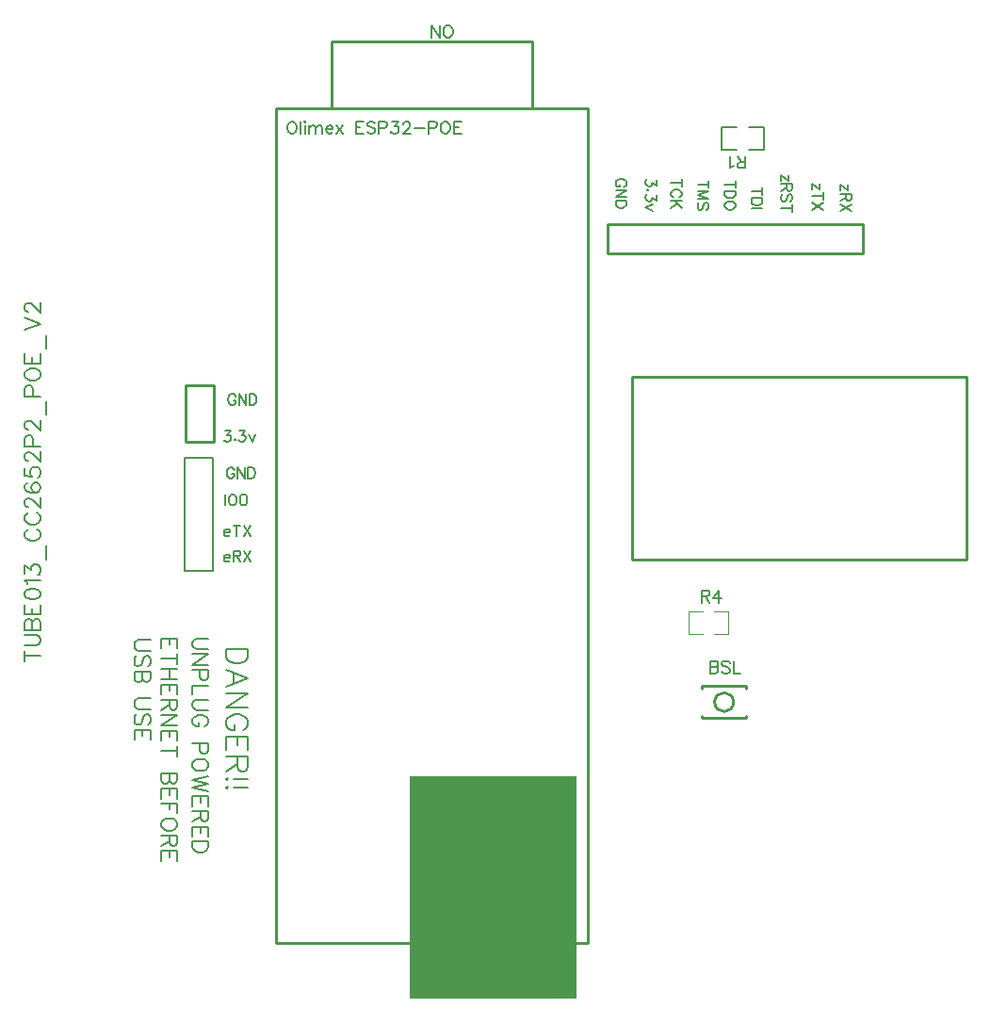
<source format=gto>
G04 Layer: TopSilkLayer*
G04 EasyEDA v6.4.25, 2021-10-28T21:51:33--4:00*
G04 88f9fe5a47094e6790728aceff35a815,7db2125e4611476bb2993bf99425ef50,10*
G04 Gerber Generator version 0.2*
G04 Scale: 100 percent, Rotated: No, Reflected: No *
G04 Dimensions in inches *
G04 leading zeros omitted , absolute positions ,3 integer and 6 decimal *
%FSLAX36Y36*%
%MOIN*%

%ADD10C,0.0100*%
%ADD24C,0.0079*%
%ADD25C,0.0020*%
%ADD26C,0.0080*%
%ADD27C,0.0080*%
%ADD28C,0.0060*%

%LPD*%
D26*
X134600Y-4790000D02*
G01*
X94299Y-4790000D01*
X86300Y-4792700D01*
X80900Y-4798099D01*
X78200Y-4806100D01*
X78200Y-4811500D01*
X80900Y-4819499D01*
X86300Y-4824899D01*
X94299Y-4827600D01*
X134600Y-4827600D01*
X126500Y-4882900D02*
G01*
X131900Y-4877500D01*
X134600Y-4869499D01*
X134600Y-4858699D01*
X131900Y-4850700D01*
X126500Y-4845300D01*
X121199Y-4845300D01*
X115799Y-4848000D01*
X113099Y-4850700D01*
X110399Y-4855999D01*
X105100Y-4872100D01*
X102399Y-4877500D01*
X99699Y-4880200D01*
X94299Y-4882900D01*
X86300Y-4882900D01*
X80900Y-4877500D01*
X78200Y-4869499D01*
X78200Y-4858699D01*
X80900Y-4850700D01*
X86300Y-4845300D01*
X134600Y-4900599D02*
G01*
X78200Y-4900599D01*
X134600Y-4900599D02*
G01*
X134600Y-4924800D01*
X131900Y-4932800D01*
X129200Y-4935500D01*
X123899Y-4938200D01*
X118499Y-4938200D01*
X113099Y-4935500D01*
X110399Y-4932800D01*
X107699Y-4924800D01*
X107699Y-4900599D02*
G01*
X107699Y-4924800D01*
X105100Y-4932800D01*
X102399Y-4935500D01*
X96999Y-4938200D01*
X89000Y-4938200D01*
X83600Y-4935500D01*
X80900Y-4932800D01*
X78200Y-4924800D01*
X78200Y-4900599D01*
X134600Y-4997199D02*
G01*
X94299Y-4997199D01*
X86300Y-4999899D01*
X80900Y-5005300D01*
X78200Y-5013299D01*
X78200Y-5018699D01*
X80900Y-5026799D01*
X86300Y-5032100D01*
X94299Y-5034800D01*
X134600Y-5034800D01*
X126500Y-5090100D02*
G01*
X131900Y-5084699D01*
X134600Y-5076700D01*
X134600Y-5065900D01*
X131900Y-5057900D01*
X126500Y-5052500D01*
X121199Y-5052500D01*
X115799Y-5055200D01*
X113099Y-5057900D01*
X110399Y-5063299D01*
X105100Y-5079400D01*
X102399Y-5084699D01*
X99699Y-5087399D01*
X94299Y-5090100D01*
X86300Y-5090100D01*
X80900Y-5084699D01*
X78200Y-5076700D01*
X78200Y-5065900D01*
X80900Y-5057900D01*
X86300Y-5052500D01*
X134600Y-5107800D02*
G01*
X78200Y-5107800D01*
X134600Y-5107800D02*
G01*
X134600Y-5142700D01*
X107699Y-5107800D02*
G01*
X107699Y-5129299D01*
X78200Y-5107800D02*
G01*
X78200Y-5142700D01*
X339600Y-4785000D02*
G01*
X299299Y-4785000D01*
X291300Y-4787700D01*
X285900Y-4793099D01*
X283200Y-4801100D01*
X283200Y-4806500D01*
X285900Y-4814499D01*
X291300Y-4819899D01*
X299299Y-4822600D01*
X339600Y-4822600D01*
X339600Y-4840300D02*
G01*
X283200Y-4840300D01*
X339600Y-4840300D02*
G01*
X283200Y-4877900D01*
X339600Y-4877900D02*
G01*
X283200Y-4877900D01*
X339600Y-4895599D02*
G01*
X283200Y-4895599D01*
X339600Y-4895599D02*
G01*
X339600Y-4919800D01*
X336900Y-4927800D01*
X334200Y-4930500D01*
X328899Y-4933200D01*
X320799Y-4933200D01*
X315399Y-4930500D01*
X312699Y-4927800D01*
X310100Y-4919800D01*
X310100Y-4895599D01*
X339600Y-4950900D02*
G01*
X283200Y-4950900D01*
X283200Y-4950900D02*
G01*
X283200Y-4983099D01*
X339600Y-5000799D02*
G01*
X299299Y-5000799D01*
X291300Y-5003499D01*
X285900Y-5008899D01*
X283200Y-5016900D01*
X283200Y-5022300D01*
X285900Y-5030300D01*
X291300Y-5035700D01*
X299299Y-5038400D01*
X339600Y-5038400D01*
X326199Y-5096399D02*
G01*
X331500Y-5093699D01*
X336900Y-5088299D01*
X339600Y-5083000D01*
X339600Y-5072199D01*
X336900Y-5066900D01*
X331500Y-5061500D01*
X326199Y-5058800D01*
X318099Y-5056100D01*
X304699Y-5056100D01*
X296599Y-5058800D01*
X291300Y-5061500D01*
X285900Y-5066900D01*
X283200Y-5072199D01*
X283200Y-5083000D01*
X285900Y-5088299D01*
X291300Y-5093699D01*
X296599Y-5096399D01*
X304699Y-5096399D01*
X304699Y-5083000D02*
G01*
X304699Y-5096399D01*
X339600Y-5155400D02*
G01*
X283200Y-5155400D01*
X339600Y-5155400D02*
G01*
X339600Y-5179600D01*
X336900Y-5187600D01*
X334200Y-5190300D01*
X328899Y-5193000D01*
X320799Y-5193000D01*
X315399Y-5190300D01*
X312699Y-5187600D01*
X310100Y-5179600D01*
X310100Y-5155400D01*
X339600Y-5226799D02*
G01*
X336900Y-5221500D01*
X331500Y-5216100D01*
X326199Y-5213400D01*
X318099Y-5210700D01*
X304699Y-5210700D01*
X296599Y-5213400D01*
X291300Y-5216100D01*
X285900Y-5221500D01*
X283200Y-5226799D01*
X283200Y-5237600D01*
X285900Y-5242900D01*
X291300Y-5248299D01*
X296599Y-5250999D01*
X304699Y-5253699D01*
X318099Y-5253699D01*
X326199Y-5250999D01*
X331500Y-5248299D01*
X336900Y-5242900D01*
X339600Y-5237600D01*
X339600Y-5226799D01*
X339600Y-5271399D02*
G01*
X283200Y-5284800D01*
X339600Y-5298200D02*
G01*
X283200Y-5284800D01*
X339600Y-5298200D02*
G01*
X283200Y-5311700D01*
X339600Y-5325100D02*
G01*
X283200Y-5311700D01*
X339600Y-5342800D02*
G01*
X283200Y-5342800D01*
X339600Y-5342800D02*
G01*
X339600Y-5377700D01*
X312699Y-5342800D02*
G01*
X312699Y-5364299D01*
X283200Y-5342800D02*
G01*
X283200Y-5377700D01*
X339600Y-5395400D02*
G01*
X283200Y-5395400D01*
X339600Y-5395400D02*
G01*
X339600Y-5419600D01*
X336900Y-5427600D01*
X334200Y-5430300D01*
X328899Y-5433000D01*
X323499Y-5433000D01*
X318099Y-5430300D01*
X315399Y-5427600D01*
X312699Y-5419600D01*
X312699Y-5395400D01*
X312699Y-5414200D02*
G01*
X283200Y-5433000D01*
X339600Y-5450700D02*
G01*
X283200Y-5450700D01*
X339600Y-5450700D02*
G01*
X339600Y-5485599D01*
X312699Y-5450700D02*
G01*
X312699Y-5472199D01*
X283200Y-5450700D02*
G01*
X283200Y-5485599D01*
X339600Y-5503299D02*
G01*
X283200Y-5503299D01*
X339600Y-5503299D02*
G01*
X339600Y-5522100D01*
X336900Y-5530200D01*
X331500Y-5535500D01*
X326199Y-5538200D01*
X318099Y-5540900D01*
X304699Y-5540900D01*
X296599Y-5538200D01*
X291300Y-5535500D01*
X285900Y-5530200D01*
X283200Y-5522100D01*
X283200Y-5503299D01*
X479897Y-4821900D02*
G01*
X403598Y-4821900D01*
X479897Y-4821900D02*
G01*
X479897Y-4847399D01*
X476298Y-4858299D01*
X468998Y-4865500D01*
X461698Y-4869200D01*
X450797Y-4872800D01*
X432698Y-4872800D01*
X421698Y-4869200D01*
X414497Y-4865500D01*
X407197Y-4858299D01*
X403598Y-4847399D01*
X403598Y-4821900D01*
X479897Y-4925900D02*
G01*
X403598Y-4896799D01*
X479897Y-4925900D02*
G01*
X403598Y-4955000D01*
X428998Y-4907700D02*
G01*
X428998Y-4944099D01*
X479897Y-4979000D02*
G01*
X403598Y-4979000D01*
X479897Y-4979000D02*
G01*
X403598Y-5029899D01*
X479897Y-5029899D02*
G01*
X403598Y-5029899D01*
X461698Y-5108400D02*
G01*
X468998Y-5104800D01*
X476298Y-5097500D01*
X479897Y-5090300D01*
X479897Y-5075700D01*
X476298Y-5068400D01*
X468998Y-5061199D01*
X461698Y-5057500D01*
X450797Y-5053899D01*
X432698Y-5053899D01*
X421698Y-5057500D01*
X414497Y-5061199D01*
X407197Y-5068400D01*
X403598Y-5075700D01*
X403598Y-5090300D01*
X407197Y-5097500D01*
X414497Y-5104800D01*
X421698Y-5108400D01*
X432698Y-5108400D01*
X432698Y-5090300D02*
G01*
X432698Y-5108400D01*
X479897Y-5132399D02*
G01*
X403598Y-5132399D01*
X479897Y-5132399D02*
G01*
X479897Y-5179699D01*
X443598Y-5132399D02*
G01*
X443598Y-5161500D01*
X403598Y-5132399D02*
G01*
X403598Y-5179699D01*
X479897Y-5203699D02*
G01*
X403598Y-5203699D01*
X479897Y-5203699D02*
G01*
X479897Y-5236399D01*
X476298Y-5247399D01*
X472698Y-5250999D01*
X465398Y-5254600D01*
X458097Y-5254600D01*
X450797Y-5250999D01*
X447197Y-5247399D01*
X443598Y-5236399D01*
X443598Y-5203699D01*
X443598Y-5229200D02*
G01*
X403598Y-5254600D01*
X479897Y-5282300D02*
G01*
X428998Y-5282300D01*
X410797Y-5282300D02*
G01*
X407197Y-5278600D01*
X403598Y-5282300D01*
X407197Y-5285900D01*
X410797Y-5282300D01*
X479897Y-5313499D02*
G01*
X428998Y-5313499D01*
X410797Y-5313499D02*
G01*
X407197Y-5309899D01*
X403598Y-5313499D01*
X407197Y-5317199D01*
X410797Y-5313499D01*
X-309600Y-4846199D02*
G01*
X-253200Y-4846199D01*
X-309600Y-4865000D02*
G01*
X-309600Y-4827399D01*
X-309600Y-4809699D02*
G01*
X-269299Y-4809699D01*
X-261300Y-4806999D01*
X-255900Y-4801700D01*
X-253200Y-4793600D01*
X-253200Y-4788200D01*
X-255900Y-4780200D01*
X-261300Y-4774800D01*
X-269299Y-4772100D01*
X-309600Y-4772100D01*
X-309600Y-4754400D02*
G01*
X-253200Y-4754400D01*
X-309600Y-4754400D02*
G01*
X-309600Y-4730200D01*
X-306900Y-4722199D01*
X-304200Y-4719499D01*
X-298899Y-4716799D01*
X-293499Y-4716799D01*
X-288099Y-4719499D01*
X-285399Y-4722199D01*
X-282699Y-4730200D01*
X-282699Y-4754400D02*
G01*
X-282699Y-4730200D01*
X-280100Y-4722199D01*
X-277399Y-4719499D01*
X-271999Y-4716799D01*
X-264000Y-4716799D01*
X-258600Y-4719499D01*
X-255900Y-4722199D01*
X-253200Y-4730200D01*
X-253200Y-4754400D01*
X-309600Y-4699099D02*
G01*
X-253200Y-4699099D01*
X-309600Y-4699099D02*
G01*
X-309600Y-4664200D01*
X-282699Y-4699099D02*
G01*
X-282699Y-4677600D01*
X-253200Y-4699099D02*
G01*
X-253200Y-4664200D01*
X-309600Y-4630400D02*
G01*
X-306900Y-4638400D01*
X-298899Y-4643800D01*
X-285399Y-4646500D01*
X-277399Y-4646500D01*
X-264000Y-4643800D01*
X-255900Y-4638400D01*
X-253200Y-4630400D01*
X-253200Y-4625000D01*
X-255900Y-4616999D01*
X-264000Y-4611599D01*
X-277399Y-4608899D01*
X-285399Y-4608899D01*
X-298899Y-4611599D01*
X-306900Y-4616999D01*
X-309600Y-4625000D01*
X-309600Y-4630400D01*
X-298899Y-4591199D02*
G01*
X-301500Y-4585799D01*
X-309600Y-4577800D01*
X-253200Y-4577800D01*
X-309600Y-4554699D02*
G01*
X-309600Y-4525200D01*
X-288099Y-4541300D01*
X-288099Y-4533200D01*
X-285399Y-4527800D01*
X-282699Y-4525200D01*
X-274699Y-4522500D01*
X-269299Y-4522500D01*
X-261300Y-4525200D01*
X-255900Y-4530500D01*
X-253200Y-4538600D01*
X-253200Y-4546599D01*
X-255900Y-4554699D01*
X-258600Y-4557399D01*
X-264000Y-4560100D01*
X-234400Y-4504800D02*
G01*
X-234400Y-4456399D01*
X-296199Y-4398499D02*
G01*
X-301500Y-4401100D01*
X-306900Y-4406500D01*
X-309600Y-4411900D01*
X-309600Y-4422600D01*
X-306900Y-4428000D01*
X-301500Y-4433400D01*
X-296199Y-4435999D01*
X-288099Y-4438699D01*
X-274699Y-4438699D01*
X-266599Y-4435999D01*
X-261300Y-4433400D01*
X-255900Y-4428000D01*
X-253200Y-4422600D01*
X-253200Y-4411900D01*
X-255900Y-4406500D01*
X-261300Y-4401100D01*
X-266599Y-4398499D01*
X-296199Y-4340500D02*
G01*
X-301500Y-4343200D01*
X-306900Y-4348499D01*
X-309600Y-4353899D01*
X-309600Y-4364600D01*
X-306900Y-4370000D01*
X-301500Y-4375400D01*
X-296199Y-4378099D01*
X-288099Y-4380700D01*
X-274699Y-4380700D01*
X-266599Y-4378099D01*
X-261300Y-4375400D01*
X-255900Y-4370000D01*
X-253200Y-4364600D01*
X-253200Y-4353899D01*
X-255900Y-4348499D01*
X-261300Y-4343200D01*
X-266599Y-4340500D01*
X-296199Y-4320100D02*
G01*
X-298899Y-4320100D01*
X-304200Y-4317399D01*
X-306900Y-4314699D01*
X-309600Y-4309299D01*
X-309600Y-4298600D01*
X-306900Y-4293200D01*
X-304200Y-4290599D01*
X-298899Y-4287900D01*
X-293499Y-4287900D01*
X-288099Y-4290599D01*
X-280100Y-4295900D01*
X-253200Y-4322800D01*
X-253200Y-4285200D01*
X-301500Y-4235300D02*
G01*
X-306900Y-4237900D01*
X-309600Y-4245999D01*
X-309600Y-4251399D01*
X-306900Y-4259400D01*
X-298899Y-4264800D01*
X-285399Y-4267500D01*
X-271999Y-4267500D01*
X-261300Y-4264800D01*
X-255900Y-4259400D01*
X-253200Y-4251399D01*
X-253200Y-4248699D01*
X-255900Y-4240599D01*
X-261300Y-4235300D01*
X-269299Y-4232600D01*
X-271999Y-4232600D01*
X-280100Y-4235300D01*
X-285399Y-4240599D01*
X-288099Y-4248699D01*
X-288099Y-4251399D01*
X-285399Y-4259400D01*
X-280100Y-4264800D01*
X-271999Y-4267500D01*
X-309600Y-4182600D02*
G01*
X-309600Y-4209499D01*
X-285399Y-4212199D01*
X-288099Y-4209499D01*
X-290799Y-4201399D01*
X-290799Y-4193400D01*
X-288099Y-4185300D01*
X-282699Y-4180000D01*
X-274699Y-4177300D01*
X-269299Y-4177300D01*
X-261300Y-4180000D01*
X-255900Y-4185300D01*
X-253200Y-4193400D01*
X-253200Y-4201399D01*
X-255900Y-4209499D01*
X-258600Y-4212199D01*
X-264000Y-4214899D01*
X-296199Y-4156900D02*
G01*
X-298899Y-4156900D01*
X-304200Y-4154200D01*
X-306900Y-4151500D01*
X-309600Y-4146100D01*
X-309600Y-4135399D01*
X-306900Y-4130000D01*
X-304200Y-4127300D01*
X-298899Y-4124699D01*
X-293499Y-4124699D01*
X-288099Y-4127300D01*
X-280100Y-4132700D01*
X-253200Y-4159600D01*
X-253200Y-4121999D01*
X-309600Y-4104299D02*
G01*
X-253200Y-4104299D01*
X-309600Y-4104299D02*
G01*
X-309600Y-4080100D01*
X-306900Y-4072100D01*
X-304200Y-4069400D01*
X-298899Y-4066700D01*
X-290799Y-4066700D01*
X-285399Y-4069400D01*
X-282699Y-4072100D01*
X-280100Y-4080100D01*
X-280100Y-4104299D01*
X-296199Y-4046300D02*
G01*
X-298899Y-4046300D01*
X-304200Y-4043600D01*
X-306900Y-4040900D01*
X-309600Y-4035500D01*
X-309600Y-4024800D01*
X-306900Y-4019400D01*
X-304200Y-4016799D01*
X-298899Y-4014099D01*
X-293499Y-4014099D01*
X-288099Y-4016799D01*
X-280100Y-4022100D01*
X-253200Y-4049000D01*
X-253200Y-4011399D01*
X-234400Y-3993699D02*
G01*
X-234400Y-3945399D01*
X-309600Y-3927600D02*
G01*
X-253200Y-3927600D01*
X-309600Y-3927600D02*
G01*
X-309600Y-3903499D01*
X-306900Y-3895399D01*
X-304200Y-3892700D01*
X-298899Y-3890100D01*
X-290799Y-3890100D01*
X-285399Y-3892700D01*
X-282699Y-3895399D01*
X-280100Y-3903499D01*
X-280100Y-3927600D01*
X-309600Y-3856199D02*
G01*
X-306900Y-3861599D01*
X-301500Y-3866999D01*
X-296199Y-3869699D01*
X-288099Y-3872300D01*
X-274699Y-3872300D01*
X-266599Y-3869699D01*
X-261300Y-3866999D01*
X-255900Y-3861599D01*
X-253200Y-3856199D01*
X-253200Y-3845500D01*
X-255900Y-3840100D01*
X-261300Y-3834800D01*
X-266599Y-3832100D01*
X-274699Y-3829400D01*
X-288099Y-3829400D01*
X-296199Y-3832100D01*
X-301500Y-3834800D01*
X-306900Y-3840100D01*
X-309600Y-3845500D01*
X-309600Y-3856199D01*
X-309600Y-3811700D02*
G01*
X-253200Y-3811700D01*
X-309600Y-3811700D02*
G01*
X-309600Y-3776799D01*
X-282699Y-3811700D02*
G01*
X-282699Y-3790200D01*
X-253200Y-3811700D02*
G01*
X-253200Y-3776799D01*
X-234400Y-3759099D02*
G01*
X-234400Y-3710700D01*
X-309600Y-3693000D02*
G01*
X-253200Y-3671599D01*
X-309600Y-3650100D02*
G01*
X-253200Y-3671599D01*
X-296199Y-3629699D02*
G01*
X-298899Y-3629699D01*
X-304200Y-3626999D01*
X-306900Y-3624299D01*
X-309600Y-3618899D01*
X-309600Y-3608200D01*
X-306900Y-3602800D01*
X-304200Y-3600100D01*
X-298899Y-3597500D01*
X-293499Y-3597500D01*
X-288099Y-3600100D01*
X-280100Y-3605500D01*
X-253200Y-3632399D01*
X-253200Y-3594800D01*
X395000Y-4498499D02*
G01*
X416500Y-4498499D01*
X416500Y-4495000D01*
X414699Y-4491399D01*
X412899Y-4489600D01*
X409299Y-4487800D01*
X403899Y-4487800D01*
X400399Y-4489600D01*
X396799Y-4493200D01*
X395000Y-4498499D01*
X395000Y-4502100D01*
X396799Y-4507500D01*
X400399Y-4511100D01*
X403899Y-4512900D01*
X409299Y-4512900D01*
X412899Y-4511100D01*
X416500Y-4507500D01*
X428299Y-4475300D02*
G01*
X428299Y-4512900D01*
X428299Y-4475300D02*
G01*
X444400Y-4475300D01*
X449800Y-4477100D01*
X451500Y-4478899D01*
X453299Y-4482399D01*
X453299Y-4485999D01*
X451500Y-4489600D01*
X449800Y-4491399D01*
X444400Y-4493200D01*
X428299Y-4493200D01*
X440799Y-4493200D02*
G01*
X453299Y-4512900D01*
X465199Y-4475300D02*
G01*
X490199Y-4512900D01*
X490199Y-4475300D02*
G01*
X465199Y-4512900D01*
X395000Y-4408499D02*
G01*
X416500Y-4408499D01*
X416500Y-4405000D01*
X414699Y-4401399D01*
X412899Y-4399600D01*
X409299Y-4397800D01*
X403899Y-4397800D01*
X400399Y-4399600D01*
X396799Y-4403200D01*
X395000Y-4408499D01*
X395000Y-4412100D01*
X396799Y-4417500D01*
X400399Y-4421100D01*
X403899Y-4422900D01*
X409299Y-4422900D01*
X412899Y-4421100D01*
X416500Y-4417500D01*
X440799Y-4385300D02*
G01*
X440799Y-4422900D01*
X428299Y-4385300D02*
G01*
X453299Y-4385300D01*
X465199Y-4385300D02*
G01*
X490199Y-4422900D01*
X490199Y-4385300D02*
G01*
X465199Y-4422900D01*
X400000Y-4275300D02*
G01*
X400000Y-4312900D01*
X422500Y-4275300D02*
G01*
X419000Y-4277100D01*
X415399Y-4280599D01*
X413600Y-4284200D01*
X411799Y-4289600D01*
X411799Y-4298499D01*
X413600Y-4303899D01*
X415399Y-4307500D01*
X419000Y-4311100D01*
X422500Y-4312900D01*
X429699Y-4312900D01*
X433299Y-4311100D01*
X436900Y-4307500D01*
X438699Y-4303899D01*
X440399Y-4298499D01*
X440399Y-4289600D01*
X438699Y-4284200D01*
X436900Y-4280599D01*
X433299Y-4277100D01*
X429699Y-4275300D01*
X422500Y-4275300D01*
X463000Y-4275300D02*
G01*
X457600Y-4277100D01*
X454000Y-4282399D01*
X452300Y-4291399D01*
X452300Y-4296700D01*
X454000Y-4305700D01*
X457600Y-4311100D01*
X463000Y-4312900D01*
X466599Y-4312900D01*
X471900Y-4311100D01*
X475500Y-4305700D01*
X477300Y-4296700D01*
X477300Y-4291399D01*
X475500Y-4282399D01*
X471900Y-4277100D01*
X466599Y-4275300D01*
X463000Y-4275300D01*
X431799Y-4189200D02*
G01*
X430100Y-4185599D01*
X426500Y-4182100D01*
X422899Y-4180300D01*
X415700Y-4180300D01*
X412199Y-4182100D01*
X408600Y-4185599D01*
X406799Y-4189200D01*
X405000Y-4194600D01*
X405000Y-4203499D01*
X406799Y-4208899D01*
X408600Y-4212500D01*
X412199Y-4216100D01*
X415700Y-4217900D01*
X422899Y-4217900D01*
X426500Y-4216100D01*
X430100Y-4212500D01*
X431799Y-4208899D01*
X431799Y-4203499D01*
X422899Y-4203499D02*
G01*
X431799Y-4203499D01*
X443699Y-4180300D02*
G01*
X443699Y-4217900D01*
X443699Y-4180300D02*
G01*
X468699Y-4217900D01*
X468699Y-4180300D02*
G01*
X468699Y-4217900D01*
X480500Y-4180300D02*
G01*
X480500Y-4217900D01*
X480500Y-4180300D02*
G01*
X493000Y-4180300D01*
X498400Y-4182100D01*
X501999Y-4185599D01*
X503800Y-4189200D01*
X505599Y-4194600D01*
X505599Y-4203499D01*
X503800Y-4208899D01*
X501999Y-4212500D01*
X498400Y-4216100D01*
X493000Y-4217900D01*
X480500Y-4217900D01*
X436799Y-3929200D02*
G01*
X435100Y-3925599D01*
X431500Y-3922100D01*
X427899Y-3920300D01*
X420700Y-3920300D01*
X417199Y-3922100D01*
X413600Y-3925599D01*
X411799Y-3929200D01*
X410000Y-3934600D01*
X410000Y-3943499D01*
X411799Y-3948899D01*
X413600Y-3952500D01*
X417199Y-3956100D01*
X420700Y-3957899D01*
X427899Y-3957899D01*
X431500Y-3956100D01*
X435100Y-3952500D01*
X436799Y-3948899D01*
X436799Y-3943499D01*
X427899Y-3943499D02*
G01*
X436799Y-3943499D01*
X448699Y-3920300D02*
G01*
X448699Y-3957899D01*
X448699Y-3920300D02*
G01*
X473699Y-3957899D01*
X473699Y-3920300D02*
G01*
X473699Y-3957899D01*
X485500Y-3920300D02*
G01*
X485500Y-3957899D01*
X485500Y-3920300D02*
G01*
X498000Y-3920300D01*
X503400Y-3922100D01*
X506999Y-3925599D01*
X508800Y-3929200D01*
X510599Y-3934600D01*
X510599Y-3943499D01*
X508800Y-3948899D01*
X506999Y-3952500D01*
X503400Y-3956100D01*
X498000Y-3957899D01*
X485500Y-3957899D01*
X398600Y-4050300D02*
G01*
X418299Y-4050300D01*
X407500Y-4064600D01*
X412899Y-4064600D01*
X416500Y-4066399D01*
X418299Y-4068200D01*
X420100Y-4073499D01*
X420100Y-4077100D01*
X418299Y-4082500D01*
X414699Y-4086100D01*
X409299Y-4087899D01*
X403899Y-4087899D01*
X398600Y-4086100D01*
X396799Y-4084299D01*
X395000Y-4080700D01*
X433699Y-4078899D02*
G01*
X431900Y-4080700D01*
X433699Y-4082500D01*
X435399Y-4080700D01*
X433699Y-4078899D01*
X450799Y-4050300D02*
G01*
X470500Y-4050300D01*
X459800Y-4064600D01*
X465199Y-4064600D01*
X468699Y-4066399D01*
X470500Y-4068200D01*
X472300Y-4073499D01*
X472300Y-4077100D01*
X470500Y-4082500D01*
X466900Y-4086100D01*
X461599Y-4087899D01*
X456199Y-4087899D01*
X450799Y-4086100D01*
X449000Y-4084299D01*
X447300Y-4080700D01*
X484099Y-4062800D02*
G01*
X494899Y-4087899D01*
X505599Y-4062800D02*
G01*
X494899Y-4087899D01*
X1810799Y-3186799D02*
G01*
X1814399Y-3185100D01*
X1817899Y-3181500D01*
X1819700Y-3177899D01*
X1819700Y-3170700D01*
X1817899Y-3167199D01*
X1814399Y-3163600D01*
X1810799Y-3161799D01*
X1805399Y-3160000D01*
X1796499Y-3160000D01*
X1791099Y-3161799D01*
X1787500Y-3163600D01*
X1783900Y-3167199D01*
X1782100Y-3170700D01*
X1782100Y-3177899D01*
X1783900Y-3181500D01*
X1787500Y-3185100D01*
X1791099Y-3186799D01*
X1796499Y-3186799D01*
X1796499Y-3177899D02*
G01*
X1796499Y-3186799D01*
X1819700Y-3198699D02*
G01*
X1782100Y-3198699D01*
X1819700Y-3198699D02*
G01*
X1782100Y-3223699D01*
X1819700Y-3223699D02*
G01*
X1782100Y-3223699D01*
X1819700Y-3235500D02*
G01*
X1782100Y-3235500D01*
X1819700Y-3235500D02*
G01*
X1819700Y-3248000D01*
X1817899Y-3253400D01*
X1814399Y-3256999D01*
X1810799Y-3258800D01*
X1805399Y-3260599D01*
X1796499Y-3260599D01*
X1791099Y-3258800D01*
X1787500Y-3256999D01*
X1783900Y-3253400D01*
X1782100Y-3248000D01*
X1782100Y-3235500D01*
X2602200Y-3199699D02*
G01*
X2577100Y-3180000D01*
X2602200Y-3180000D02*
G01*
X2602200Y-3199699D01*
X2577100Y-3180000D02*
G01*
X2577100Y-3199699D01*
X2614700Y-3211500D02*
G01*
X2577100Y-3211500D01*
X2614700Y-3211500D02*
G01*
X2614700Y-3227600D01*
X2612899Y-3233000D01*
X2611099Y-3234800D01*
X2607600Y-3236500D01*
X2603999Y-3236500D01*
X2600399Y-3234800D01*
X2598599Y-3233000D01*
X2596800Y-3227600D01*
X2596800Y-3211500D01*
X2596800Y-3224000D02*
G01*
X2577100Y-3236500D01*
X2614700Y-3248400D02*
G01*
X2577100Y-3273400D01*
X2614700Y-3273400D02*
G01*
X2577100Y-3248400D01*
X2502200Y-3194699D02*
G01*
X2477100Y-3175000D01*
X2502200Y-3175000D02*
G01*
X2502200Y-3194699D01*
X2477100Y-3175000D02*
G01*
X2477100Y-3194699D01*
X2514700Y-3219000D02*
G01*
X2477100Y-3219000D01*
X2514700Y-3206500D02*
G01*
X2514700Y-3231500D01*
X2514700Y-3243400D02*
G01*
X2477100Y-3268400D01*
X2514700Y-3268400D02*
G01*
X2477100Y-3243400D01*
X2392200Y-3164699D02*
G01*
X2367100Y-3145000D01*
X2392200Y-3145000D02*
G01*
X2392200Y-3164699D01*
X2367100Y-3145000D02*
G01*
X2367100Y-3164699D01*
X2404700Y-3176500D02*
G01*
X2367100Y-3176500D01*
X2404700Y-3176500D02*
G01*
X2404700Y-3192600D01*
X2402899Y-3198000D01*
X2401099Y-3199800D01*
X2397600Y-3201500D01*
X2393999Y-3201500D01*
X2390399Y-3199800D01*
X2388599Y-3198000D01*
X2386800Y-3192600D01*
X2386800Y-3176500D01*
X2386800Y-3189000D02*
G01*
X2367100Y-3201500D01*
X2399399Y-3238400D02*
G01*
X2402899Y-3234800D01*
X2404700Y-3229499D01*
X2404700Y-3222300D01*
X2402899Y-3216900D01*
X2399399Y-3213400D01*
X2395799Y-3213400D01*
X2392200Y-3215200D01*
X2390399Y-3216900D01*
X2388599Y-3220500D01*
X2385000Y-3231300D01*
X2383299Y-3234800D01*
X2381499Y-3236599D01*
X2377899Y-3238400D01*
X2372500Y-3238400D01*
X2368900Y-3234800D01*
X2367100Y-3229499D01*
X2367100Y-3222300D01*
X2368900Y-3216900D01*
X2372500Y-3213400D01*
X2404700Y-3262800D02*
G01*
X2367100Y-3262800D01*
X2404700Y-3250200D02*
G01*
X2404700Y-3275300D01*
X2299700Y-3202500D02*
G01*
X2262100Y-3202500D01*
X2299700Y-3190000D02*
G01*
X2299700Y-3215100D01*
X2299700Y-3226900D02*
G01*
X2262100Y-3226900D01*
X2299700Y-3226900D02*
G01*
X2299700Y-3239400D01*
X2297899Y-3244800D01*
X2294399Y-3248299D01*
X2290799Y-3250100D01*
X2285399Y-3251900D01*
X2276499Y-3251900D01*
X2271099Y-3250100D01*
X2267500Y-3248299D01*
X2263900Y-3244800D01*
X2262100Y-3239400D01*
X2262100Y-3226900D01*
X2299700Y-3263699D02*
G01*
X2262100Y-3263699D01*
X2204700Y-3177500D02*
G01*
X2167100Y-3177500D01*
X2204700Y-3165000D02*
G01*
X2204700Y-3190100D01*
X2204700Y-3201900D02*
G01*
X2167100Y-3201900D01*
X2204700Y-3201900D02*
G01*
X2204700Y-3214400D01*
X2202899Y-3219800D01*
X2199399Y-3223299D01*
X2195799Y-3225100D01*
X2190399Y-3226900D01*
X2181499Y-3226900D01*
X2176099Y-3225100D01*
X2172500Y-3223299D01*
X2168900Y-3219800D01*
X2167100Y-3214400D01*
X2167100Y-3201900D01*
X2204700Y-3249499D02*
G01*
X2202899Y-3245900D01*
X2199399Y-3242300D01*
X2195799Y-3240500D01*
X2190399Y-3238699D01*
X2181499Y-3238699D01*
X2176099Y-3240500D01*
X2172500Y-3242300D01*
X2168900Y-3245900D01*
X2167100Y-3249499D01*
X2167100Y-3256599D01*
X2168900Y-3260200D01*
X2172500Y-3263800D01*
X2176099Y-3265599D01*
X2181499Y-3267399D01*
X2190399Y-3267399D01*
X2195799Y-3265599D01*
X2199399Y-3263800D01*
X2202899Y-3260200D01*
X2204700Y-3256599D01*
X2204700Y-3249499D01*
X2109700Y-3177500D02*
G01*
X2072100Y-3177500D01*
X2109700Y-3165000D02*
G01*
X2109700Y-3190100D01*
X2109700Y-3201900D02*
G01*
X2072100Y-3201900D01*
X2109700Y-3201900D02*
G01*
X2072100Y-3216199D01*
X2109700Y-3230500D02*
G01*
X2072100Y-3216199D01*
X2109700Y-3230500D02*
G01*
X2072100Y-3230500D01*
X2104399Y-3267399D02*
G01*
X2107899Y-3263800D01*
X2109700Y-3258400D01*
X2109700Y-3251300D01*
X2107899Y-3245900D01*
X2104399Y-3242300D01*
X2100799Y-3242300D01*
X2097200Y-3244099D01*
X2095399Y-3245900D01*
X2093599Y-3249499D01*
X2090000Y-3260200D01*
X2088299Y-3263800D01*
X2086499Y-3265599D01*
X2082899Y-3267399D01*
X2077500Y-3267399D01*
X2073900Y-3263800D01*
X2072100Y-3258400D01*
X2072100Y-3251300D01*
X2073900Y-3245900D01*
X2077500Y-3242300D01*
X2014700Y-3172500D02*
G01*
X1977100Y-3172500D01*
X2014700Y-3160000D02*
G01*
X2014700Y-3185100D01*
X2005799Y-3223699D02*
G01*
X2009399Y-3221900D01*
X2012899Y-3218299D01*
X2014700Y-3214800D01*
X2014700Y-3207600D01*
X2012899Y-3204000D01*
X2009399Y-3200399D01*
X2005799Y-3198699D01*
X2000399Y-3196900D01*
X1991499Y-3196900D01*
X1986099Y-3198699D01*
X1982500Y-3200399D01*
X1978900Y-3204000D01*
X1977100Y-3207600D01*
X1977100Y-3214800D01*
X1978900Y-3218299D01*
X1982500Y-3221900D01*
X1986099Y-3223699D01*
X2014700Y-3235500D02*
G01*
X1977100Y-3235500D01*
X2014700Y-3260599D02*
G01*
X1989700Y-3235500D01*
X1998599Y-3244499D02*
G01*
X1977100Y-3260599D01*
X1924700Y-3163600D02*
G01*
X1924700Y-3183299D01*
X1910399Y-3172500D01*
X1910399Y-3177899D01*
X1908599Y-3181500D01*
X1906800Y-3183299D01*
X1901499Y-3185100D01*
X1897899Y-3185100D01*
X1892500Y-3183299D01*
X1888900Y-3179699D01*
X1887100Y-3174299D01*
X1887100Y-3168899D01*
X1888900Y-3163600D01*
X1890699Y-3161799D01*
X1894300Y-3160000D01*
X1896099Y-3198699D02*
G01*
X1894300Y-3196900D01*
X1892500Y-3198699D01*
X1894300Y-3200399D01*
X1896099Y-3198699D01*
X1924700Y-3215799D02*
G01*
X1924700Y-3235500D01*
X1910399Y-3224800D01*
X1910399Y-3230200D01*
X1908599Y-3233699D01*
X1906800Y-3235500D01*
X1901499Y-3237300D01*
X1897899Y-3237300D01*
X1892500Y-3235500D01*
X1888900Y-3231900D01*
X1887100Y-3226599D01*
X1887100Y-3221199D01*
X1888900Y-3215799D01*
X1890699Y-3214000D01*
X1894300Y-3212300D01*
X1912200Y-3249099D02*
G01*
X1887100Y-3259899D01*
X1912200Y-3270599D02*
G01*
X1887100Y-3259899D01*
X229600Y-4785000D02*
G01*
X173200Y-4785000D01*
X229600Y-4785000D02*
G01*
X229600Y-4819899D01*
X202699Y-4785000D02*
G01*
X202699Y-4806500D01*
X173200Y-4785000D02*
G01*
X173200Y-4819899D01*
X229600Y-4856399D02*
G01*
X173200Y-4856399D01*
X229600Y-4837600D02*
G01*
X229600Y-4875200D01*
X229600Y-4892900D02*
G01*
X173200Y-4892900D01*
X229600Y-4930500D02*
G01*
X173200Y-4930500D01*
X202699Y-4892900D02*
G01*
X202699Y-4930500D01*
X229600Y-4948200D02*
G01*
X173200Y-4948200D01*
X229600Y-4948200D02*
G01*
X229600Y-4983099D01*
X202699Y-4948200D02*
G01*
X202699Y-4969699D01*
X173200Y-4948200D02*
G01*
X173200Y-4983099D01*
X229600Y-5000799D02*
G01*
X173200Y-5000799D01*
X229600Y-5000799D02*
G01*
X229600Y-5025000D01*
X226900Y-5033000D01*
X224200Y-5035700D01*
X218899Y-5038400D01*
X213499Y-5038400D01*
X208099Y-5035700D01*
X205399Y-5033000D01*
X202699Y-5025000D01*
X202699Y-5000799D01*
X202699Y-5019600D02*
G01*
X173200Y-5038400D01*
X229600Y-5056100D02*
G01*
X173200Y-5056100D01*
X229600Y-5056100D02*
G01*
X173200Y-5093699D01*
X229600Y-5093699D02*
G01*
X173200Y-5093699D01*
X229600Y-5111399D02*
G01*
X173200Y-5111399D01*
X229600Y-5111399D02*
G01*
X229600Y-5146300D01*
X202699Y-5111399D02*
G01*
X202699Y-5132900D01*
X173200Y-5111399D02*
G01*
X173200Y-5146300D01*
X229600Y-5182800D02*
G01*
X173200Y-5182800D01*
X229600Y-5164000D02*
G01*
X229600Y-5201599D01*
X229600Y-5260700D02*
G01*
X173200Y-5260700D01*
X229600Y-5260700D02*
G01*
X229600Y-5284800D01*
X226900Y-5292900D01*
X224200Y-5295599D01*
X218899Y-5298200D01*
X213499Y-5298200D01*
X208099Y-5295599D01*
X205399Y-5292900D01*
X202699Y-5284800D01*
X202699Y-5260700D02*
G01*
X202699Y-5284800D01*
X200100Y-5292900D01*
X197399Y-5295599D01*
X191999Y-5298200D01*
X184000Y-5298200D01*
X178600Y-5295599D01*
X175900Y-5292900D01*
X173200Y-5284800D01*
X173200Y-5260700D01*
X229600Y-5315999D02*
G01*
X173200Y-5315999D01*
X229600Y-5315999D02*
G01*
X229600Y-5350900D01*
X202699Y-5315999D02*
G01*
X202699Y-5337399D01*
X173200Y-5315999D02*
G01*
X173200Y-5350900D01*
X229600Y-5368600D02*
G01*
X173200Y-5368600D01*
X229600Y-5368600D02*
G01*
X229600Y-5403499D01*
X202699Y-5368600D02*
G01*
X202699Y-5390000D01*
X229600Y-5437300D02*
G01*
X226900Y-5431900D01*
X221500Y-5426599D01*
X216199Y-5423899D01*
X208099Y-5421199D01*
X194699Y-5421199D01*
X186599Y-5423899D01*
X181300Y-5426599D01*
X175900Y-5431900D01*
X173200Y-5437300D01*
X173200Y-5448000D01*
X175900Y-5453400D01*
X181300Y-5458800D01*
X186599Y-5461399D01*
X194699Y-5464099D01*
X208099Y-5464099D01*
X216199Y-5461399D01*
X221500Y-5458800D01*
X226900Y-5453400D01*
X229600Y-5448000D01*
X229600Y-5437300D01*
X229600Y-5481799D02*
G01*
X173200Y-5481799D01*
X229600Y-5481799D02*
G01*
X229600Y-5505999D01*
X226900Y-5514099D01*
X224200Y-5516700D01*
X218899Y-5519400D01*
X213499Y-5519400D01*
X208099Y-5516700D01*
X205399Y-5514099D01*
X202699Y-5505999D01*
X202699Y-5481799D01*
X202699Y-5500599D02*
G01*
X173200Y-5519400D01*
X229600Y-5537100D02*
G01*
X173200Y-5537100D01*
X229600Y-5537100D02*
G01*
X229600Y-5571999D01*
X202699Y-5537100D02*
G01*
X202699Y-5558600D01*
X173200Y-5537100D02*
G01*
X173200Y-5571999D01*
D28*
X1130000Y-2614600D02*
G01*
X1130000Y-2657500D01*
X1130000Y-2614600D02*
G01*
X1158599Y-2657500D01*
X1158599Y-2614600D02*
G01*
X1158599Y-2657500D01*
X1184399Y-2614600D02*
G01*
X1180299Y-2616599D01*
X1176199Y-2620700D01*
X1174200Y-2624800D01*
X1172100Y-2630999D01*
X1172100Y-2641199D01*
X1174200Y-2647300D01*
X1176199Y-2651399D01*
X1180299Y-2655500D01*
X1184399Y-2657500D01*
X1192600Y-2657500D01*
X1196700Y-2655500D01*
X1200799Y-2651399D01*
X1202799Y-2647300D01*
X1204899Y-2641199D01*
X1204899Y-2630999D01*
X1202799Y-2624800D01*
X1200799Y-2620700D01*
X1196700Y-2616599D01*
X1192600Y-2614600D01*
X1184399Y-2614600D01*
X632300Y-2955500D02*
G01*
X628200Y-2957500D01*
X624099Y-2961599D01*
X621999Y-2965700D01*
X620000Y-2971799D01*
X620000Y-2981999D01*
X621999Y-2988200D01*
X624099Y-2992300D01*
X628200Y-2996399D01*
X632300Y-2998400D01*
X640500Y-2998400D01*
X644499Y-2996399D01*
X648600Y-2992300D01*
X650700Y-2988200D01*
X652699Y-2981999D01*
X652699Y-2971799D01*
X650700Y-2965700D01*
X648600Y-2961599D01*
X644499Y-2957500D01*
X640500Y-2955500D01*
X632300Y-2955500D01*
X666199Y-2955500D02*
G01*
X666199Y-2998400D01*
X679699Y-2955500D02*
G01*
X681799Y-2957500D01*
X683800Y-2955500D01*
X681799Y-2953400D01*
X679699Y-2955500D01*
X681799Y-2969800D02*
G01*
X681799Y-2998400D01*
X697300Y-2969800D02*
G01*
X697300Y-2998400D01*
X697300Y-2978000D02*
G01*
X703499Y-2971799D01*
X707500Y-2969800D01*
X713699Y-2969800D01*
X717800Y-2971799D01*
X719800Y-2978000D01*
X719800Y-2998400D01*
X719800Y-2978000D02*
G01*
X725999Y-2971799D01*
X730000Y-2969800D01*
X736199Y-2969800D01*
X740300Y-2971799D01*
X742300Y-2978000D01*
X742300Y-2998400D01*
X755799Y-2981999D02*
G01*
X780399Y-2981999D01*
X780399Y-2978000D01*
X778299Y-2973899D01*
X776300Y-2971799D01*
X772200Y-2969800D01*
X766000Y-2969800D01*
X761999Y-2971799D01*
X757899Y-2975900D01*
X755799Y-2981999D01*
X755799Y-2986100D01*
X757899Y-2992300D01*
X761999Y-2996399D01*
X766000Y-2998400D01*
X772200Y-2998400D01*
X776300Y-2996399D01*
X780399Y-2992300D01*
X793900Y-2969800D02*
G01*
X816400Y-2998400D01*
X816400Y-2969800D02*
G01*
X793900Y-2998400D01*
X861400Y-2955500D02*
G01*
X861400Y-2998400D01*
X861400Y-2955500D02*
G01*
X888000Y-2955500D01*
X861400Y-2975900D02*
G01*
X877700Y-2975900D01*
X861400Y-2998400D02*
G01*
X888000Y-2998400D01*
X930100Y-2961599D02*
G01*
X926000Y-2957500D01*
X919899Y-2955500D01*
X911700Y-2955500D01*
X905500Y-2957500D01*
X901499Y-2961599D01*
X901499Y-2965700D01*
X903500Y-2969800D01*
X905500Y-2971799D01*
X909600Y-2973899D01*
X921899Y-2978000D01*
X926000Y-2980000D01*
X928000Y-2981999D01*
X930100Y-2986100D01*
X930100Y-2992300D01*
X926000Y-2996399D01*
X919899Y-2998400D01*
X911700Y-2998400D01*
X905500Y-2996399D01*
X901499Y-2992300D01*
X943599Y-2955500D02*
G01*
X943599Y-2998400D01*
X943599Y-2955500D02*
G01*
X961999Y-2955500D01*
X968100Y-2957500D01*
X970200Y-2959499D01*
X972200Y-2963600D01*
X972200Y-2969800D01*
X970200Y-2973899D01*
X968100Y-2975900D01*
X961999Y-2978000D01*
X943599Y-2978000D01*
X989799Y-2955500D02*
G01*
X1012299Y-2955500D01*
X1000000Y-2971799D01*
X1006199Y-2971799D01*
X1010299Y-2973899D01*
X1012299Y-2975900D01*
X1014399Y-2981999D01*
X1014399Y-2986100D01*
X1012299Y-2992300D01*
X1008199Y-2996399D01*
X1002100Y-2998400D01*
X996000Y-2998400D01*
X989799Y-2996399D01*
X987799Y-2994299D01*
X985699Y-2990200D01*
X1029899Y-2965700D02*
G01*
X1029899Y-2963600D01*
X1031999Y-2959499D01*
X1033999Y-2957500D01*
X1038100Y-2955500D01*
X1046300Y-2955500D01*
X1050399Y-2957500D01*
X1052399Y-2959499D01*
X1054499Y-2963600D01*
X1054499Y-2967700D01*
X1052399Y-2971799D01*
X1048299Y-2978000D01*
X1027899Y-2998400D01*
X1056499Y-2998400D01*
X1070000Y-2980000D02*
G01*
X1106800Y-2980000D01*
X1120299Y-2955500D02*
G01*
X1120299Y-2998400D01*
X1120299Y-2955500D02*
G01*
X1138699Y-2955500D01*
X1144899Y-2957500D01*
X1146899Y-2959499D01*
X1148999Y-2963600D01*
X1148999Y-2969800D01*
X1146899Y-2973899D01*
X1144899Y-2975900D01*
X1138699Y-2978000D01*
X1120299Y-2978000D01*
X1174700Y-2955500D02*
G01*
X1170600Y-2957500D01*
X1166499Y-2961599D01*
X1164499Y-2965700D01*
X1162500Y-2971799D01*
X1162500Y-2981999D01*
X1164499Y-2988200D01*
X1166499Y-2992300D01*
X1170600Y-2996399D01*
X1174700Y-2998400D01*
X1182899Y-2998400D01*
X1186999Y-2996399D01*
X1191099Y-2992300D01*
X1193100Y-2988200D01*
X1195200Y-2981999D01*
X1195200Y-2971799D01*
X1193100Y-2965700D01*
X1191099Y-2961599D01*
X1186999Y-2957500D01*
X1182899Y-2955500D01*
X1174700Y-2955500D01*
X1208699Y-2955500D02*
G01*
X1208699Y-2998400D01*
X1208699Y-2955500D02*
G01*
X1235299Y-2955500D01*
X1208699Y-2975900D02*
G01*
X1225000Y-2975900D01*
X1208699Y-2998400D02*
G01*
X1235299Y-2998400D01*
X2240000Y-3120399D02*
G01*
X2240000Y-3077500D01*
X2240000Y-3120399D02*
G01*
X2221599Y-3120399D01*
X2215500Y-3118400D01*
X2213400Y-3116300D01*
X2211400Y-3112199D01*
X2211400Y-3108099D01*
X2213400Y-3104000D01*
X2215500Y-3101999D01*
X2221599Y-3100000D01*
X2240000Y-3100000D01*
X2225699Y-3100000D02*
G01*
X2211400Y-3077500D01*
X2197899Y-3112199D02*
G01*
X2193800Y-3114299D01*
X2187600Y-3120399D01*
X2187600Y-3077500D01*
X2085000Y-4614600D02*
G01*
X2085000Y-4657500D01*
X2085000Y-4614600D02*
G01*
X2103400Y-4614600D01*
X2109499Y-4616599D01*
X2111599Y-4618699D01*
X2113599Y-4622800D01*
X2113599Y-4626900D01*
X2111599Y-4630999D01*
X2109499Y-4633000D01*
X2103400Y-4635000D01*
X2085000Y-4635000D01*
X2099300Y-4635000D02*
G01*
X2113599Y-4657500D01*
X2147600Y-4614600D02*
G01*
X2127100Y-4643200D01*
X2157799Y-4643200D01*
X2147600Y-4614600D02*
G01*
X2147600Y-4657500D01*
X2115000Y-4864600D02*
G01*
X2115000Y-4907500D01*
X2115000Y-4864600D02*
G01*
X2133400Y-4864600D01*
X2139499Y-4866599D01*
X2141599Y-4868699D01*
X2143599Y-4872800D01*
X2143599Y-4876900D01*
X2141599Y-4880999D01*
X2139499Y-4883000D01*
X2133400Y-4885000D01*
X2115000Y-4885000D02*
G01*
X2133400Y-4885000D01*
X2139499Y-4887100D01*
X2141599Y-4889099D01*
X2143599Y-4893200D01*
X2143599Y-4899400D01*
X2141599Y-4903499D01*
X2139499Y-4905500D01*
X2133400Y-4907500D01*
X2115000Y-4907500D01*
X2185799Y-4870700D02*
G01*
X2181700Y-4866599D01*
X2175500Y-4864600D01*
X2167399Y-4864600D01*
X2161199Y-4866599D01*
X2157100Y-4870700D01*
X2157100Y-4874800D01*
X2159200Y-4878899D01*
X2161199Y-4880999D01*
X2165299Y-4883000D01*
X2177600Y-4887100D01*
X2181700Y-4889099D01*
X2183699Y-4891199D01*
X2185799Y-4895300D01*
X2185799Y-4901399D01*
X2181700Y-4905500D01*
X2175500Y-4907500D01*
X2167399Y-4907500D01*
X2161199Y-4905500D01*
X2157100Y-4901399D01*
X2199300Y-4864600D02*
G01*
X2199300Y-4907500D01*
X2199300Y-4907500D02*
G01*
X2223800Y-4907500D01*
G36*
X1052440Y-5272200D02*
G01*
X1052440Y-6059600D01*
X1642980Y-6059600D01*
X1642980Y-5272200D01*
G37*
D10*
X580000Y-2910000D02*
G01*
X1682359Y-2910000D01*
X1682359Y-5862759D01*
X580000Y-5862759D01*
X580000Y-2910000D01*
X776850Y-2673780D02*
G01*
X1485510Y-2673780D01*
X1485510Y-2910000D01*
X776850Y-2910000D01*
X776850Y-2673780D01*
D24*
X2208149Y-2974250D02*
G01*
X2156180Y-2974250D01*
X2156180Y-3055749D01*
X2208149Y-3055749D01*
X2252719Y-2974250D02*
G01*
X2304690Y-2974250D01*
X2304690Y-3055749D01*
X2252719Y-3055749D01*
D10*
X1751499Y-3318800D02*
G01*
X1751499Y-3421199D01*
X2655000Y-3421199D01*
X2655000Y-3318800D01*
X1751499Y-3318800D01*
D25*
X2129684Y-4770156D02*
G01*
X2178897Y-4770156D01*
X2129684Y-4689843D02*
G01*
X2178897Y-4689843D01*
X2090315Y-4770156D02*
G01*
X2041102Y-4770156D01*
X2090315Y-4689843D02*
G01*
X2041102Y-4689843D01*
X2178899Y-4770156D02*
G01*
X2178897Y-4689843D01*
X2041102Y-4770156D02*
G01*
X2041102Y-4689843D01*
D26*
X355000Y-4545000D02*
G01*
X255000Y-4545000D01*
X255000Y-4145000D01*
X355000Y-4145000D01*
X355000Y-4220000D01*
D27*
X355000Y-4545000D02*
G01*
X355000Y-4220000D01*
D10*
X360000Y-3890000D02*
G01*
X360000Y-4090000D01*
X260000Y-4090000D01*
X260000Y-3890000D01*
X360000Y-3890000D01*
X3021530Y-3860090D02*
G01*
X3021530Y-4505430D01*
X1840320Y-4505430D01*
X1840320Y-3860090D01*
X3021530Y-3860090D01*
X2086260Y-4952912D02*
G01*
X2243739Y-4952912D01*
X2086260Y-5067087D02*
G01*
X2243739Y-5067087D01*
X2086260Y-4952912D02*
G01*
X2086260Y-4961529D01*
X2086260Y-5058470D02*
G01*
X2086260Y-5067087D01*
X2243739Y-4952912D02*
G01*
X2243739Y-4961529D01*
X2243739Y-5058470D02*
G01*
X2243739Y-5067087D01*
G75*
G01
X2198470Y-5010000D02*
G03X2198470Y-5010000I-33470J0D01*
M02*

</source>
